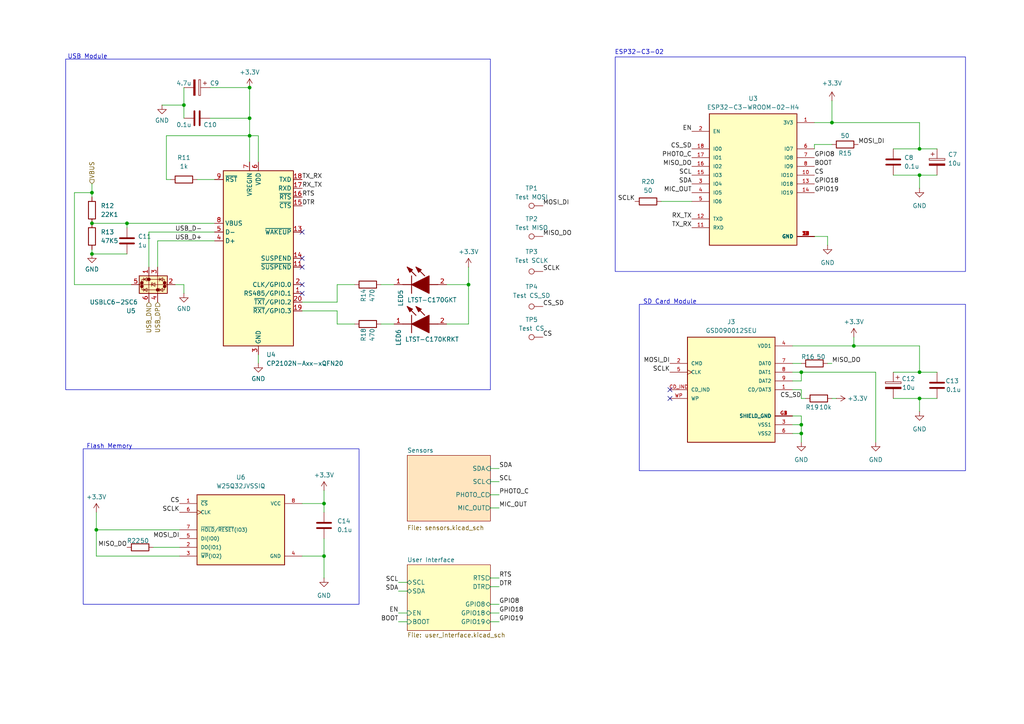
<source format=kicad_sch>
(kicad_sch (version 20250114) (generator "eeschema") (generator_version "9.0")
  (paper "A4")
  (title_block (title "ESP32 C3, USB, and Flash Memory") (date "2025-04-19") (rev "1"))
  (lib_symbols
    (symbol "Connector:TestPoint" (pin_numbers (hide yes)) (pin_names (offset 0.762) (hide yes))
      (property "Reference" "TP" (at 0 6.858 0))
      (property "Value" "TestPoint" (at 0 5.08 0))
      (symbol "TestPoint_0_1"
        (circle (center 0 3.302) (radius 0.762))
      )
      (symbol "TestPoint_1_1"
        (pin passive line (at 0 0 90) (length 2.54) (name "1") (number "1"))
      )
    )
    (symbol "Device:C" (pin_numbers (hide yes)) (pin_names (offset 0.254))
      (property "Reference" "C" (at 0.635 2.54 0))
      (property "Value" "C" (at 0.635 -2.54 0))
      (symbol "C_0_1"
        (polyline (pts (xy -2.032 0.762) (xy 2.032 0.762)) (stroke (width 0.508)))
        (polyline (pts (xy -2.032 -0.762) (xy 2.032 -0.762)) (stroke (width 0.508)))
      )
      (symbol "C_1_1"
        (pin passive line (at 0 3.81 270) (length 2.794) (name "~") (number "1"))
        (pin passive line (at 0 -3.81 90) (length 2.794) (name "~") (number "2"))
      )
    )
    (symbol "Device:C_Polarized" (pin_numbers (hide yes)) (pin_names (offset 0.254))
      (property "Reference" "C" (at 0.635 2.54 0))
      (property "Value" "C_Polarized" (at 0.635 -2.54 0))
      (symbol "C_Polarized_0_1"
        (rectangle (start -2.286 0.508) (end 2.286 1.016))
        (polyline (pts (xy -1.778 2.286) (xy -0.762 2.286)))
        (polyline (pts (xy -1.27 2.794) (xy -1.27 1.778)))
        (rectangle (start 2.286 -0.508) (end -2.286 -1.016) (fill (type outline)))
      )
      (symbol "C_Polarized_1_1"
        (pin passive line (at 0 3.81 270) (length 2.794) (name "~") (number "1"))
        (pin passive line (at 0 -3.81 90) (length 2.794) (name "~") (number "2"))
      )
    )
    (symbol "Device:R" (pin_numbers (hide yes)) (pin_names (offset 0))
      (property "Reference" "R" (at 2.032 0 90))
      (property "Value" "R" (at 0 0 90))
      (symbol "R_0_1"
        (rectangle (start -1.016 -2.54) (end 1.016 2.54) (stroke (width 0.254)))
      )
      (symbol "R_1_1"
        (pin passive line (at 0 3.81 270) (length 1.27) (name "~") (number "1"))
        (pin passive line (at 0 -3.81 90) (length 1.27) (name "~") (number "2"))
      )
    )
    (symbol "ESP32-C3-WROOM-02-H4:ESP32-C3-WROOM-02-H4" (pin_names (offset 1.016))
      (property "Reference" "U" (at -12.7 21.082 0))
      (property "Value" "ESP32-C3-WROOM-02-H4" (at -12.7 -18.542 0))
      (symbol "ESP32-C3-WROOM-02-H4_0_0"
        (rectangle (start -12.7 -17.78) (end 12.7 20.32) (stroke (width 0.254)) (fill (type background)))
        (pin input line (at -17.78 15.24 0) (length 5.08) (name "EN") (number "2"))
        (pin bidirectional line (at -17.78 10.16 0) (length 5.08) (name "IO0") (number "18"))
        (pin bidirectional line (at -17.78 7.62 0) (length 5.08) (name "IO1") (number "17"))
        (pin bidirectional line (at -17.78 5.08 0) (length 5.08) (name "IO2") (number "16"))
        (pin bidirectional line (at -17.78 2.54 0) (length 5.08) (name "IO3") (number "15"))
        (pin bidirectional line (at -17.78 0 0) (length 5.08) (name "IO4") (number "3"))
        (pin bidirectional line (at -17.78 -2.54 0) (length 5.08) (name "IO5") (number "4"))
        (pin bidirectional line (at -17.78 -5.08 0) (length 5.08) (name "IO6") (number "5"))
        (pin bidirectional line (at -17.78 -10.16 0) (length 5.08) (name "TXD") (number "12"))
        (pin bidirectional line (at -17.78 -12.7 0) (length 5.08) (name "RXD") (number "11"))
        (pin power_in line (at 17.78 17.78 180) (length 5.08) (name "3V3") (number "1"))
        (pin bidirectional line (at 17.78 10.16 180) (length 5.08) (name "IO7") (number "6"))
        (pin bidirectional line (at 17.78 7.62 180) (length 5.08) (name "IO8") (number "7"))
        (pin bidirectional line (at 17.78 5.08 180) (length 5.08) (name "IO9") (number "8"))
        (pin bidirectional line (at 17.78 2.54 180) (length 5.08) (name "IO10") (number "10"))
        (pin bidirectional line (at 17.78 0 180) (length 5.08) (name "IO18") (number "13"))
        (pin bidirectional line (at 17.78 -2.54 180) (length 5.08) (name "IO19") (number "14"))
        (pin power_in line (at 17.78 -15.24 180) (length 5.08) (name "GND") (number "19"))
        (pin power_in line (at 17.78 -15.24 180) (length 5.08) (name "GND") (number "20"))
        (pin power_in line (at 17.78 -15.24 180) (length 5.08) (name "GND") (number "21"))
        (pin power_in line (at 17.78 -15.24 180) (length 5.08) (name "GND") (number "22"))
        (pin power_in line (at 17.78 -15.24 180) (length 5.08) (name "GND") (number "23"))
        (pin power_in line (at 17.78 -15.24 180) (length 5.08) (name "GND") (number "24"))
        (pin power_in line (at 17.78 -15.24 180) (length 5.08) (name "GND") (number "25"))
        (pin power_in line (at 17.78 -15.24 180) (length 5.08) (name "GND") (number "26"))
        (pin power_in line (at 17.78 -15.24 180) (length 5.08) (name "GND") (number "27"))
        (pin power_in line (at 17.78 -15.24 180) (length 5.08) (name "GND") (number "28"))
        (pin power_in line (at 17.78 -15.24 180) (length 5.08) (name "GND") (number "29"))
        (pin power_in line (at 17.78 -15.24 180) (length 5.08) (name "GND") (number "30"))
        (pin power_in line (at 17.78 -15.24 180) (length 5.08) (name "GND") (number "31"))
        (pin power_in line (at 17.78 -15.24 180) (length 5.08) (name "GND") (number "32"))
        (pin power_in line (at 17.78 -15.24 180) (length 5.08) (name "GND") (number "33"))
        (pin power_in line (at 17.78 -15.24 180) (length 5.08) (name "GND") (number "34"))
        (pin power_in line (at 17.78 -15.24 180) (length 5.08) (name "GND") (number "35"))
        (pin power_in line (at 17.78 -15.24 180) (length 5.08) (name "GND") (number "36"))
        (pin power_in line (at 17.78 -15.24 180) (length 5.08) (name "GND") (number "37"))
        (pin power_in line (at 17.78 -15.24 180) (length 5.08) (name "GND") (number "38"))
        (pin power_in line (at 17.78 -15.24 180) (length 5.08) (name "GND") (number "39"))
        (pin power_in line (at 17.78 -15.24 180) (length 5.08) (name "GND") (number "9"))
      )
    )
    (symbol "GSD090012SEU:GSD090012SEU" (pin_names (offset 1.016))
      (property "Reference" "J" (at -12.7 16.002 0))
      (property "Value" "GSD090012SEU" (at -12.7 -17.78 0))
      (symbol "GSD090012SEU_0_0"
        (rectangle (start -12.7 -15.24) (end 12.7 15.24) (stroke (width 0.254)) (fill (type background)))
        (pin bidirectional line (at -17.78 7.62 0) (length 5.08) (name "CMD") (number "2"))
        (pin bidirectional clock (at -17.78 5.08 0) (length 5.08) (name "CLK") (number "5"))
        (pin passive line (at -17.78 0 0) (length 5.08) (name "CD_IND") (number "CD_IND"))
        (pin passive line (at -17.78 -2.54 0) (length 5.08) (name "WP") (number "WP"))
        (pin power_in line (at 17.78 12.7 180) (length 5.08) (name "VDD1") (number "4"))
        (pin bidirectional line (at 17.78 7.62 180) (length 5.08) (name "DAT0") (number "7"))
        (pin bidirectional line (at 17.78 5.08 180) (length 5.08) (name "DAT1") (number "8"))
        (pin bidirectional line (at 17.78 2.54 180) (length 5.08) (name "DAT2") (number "9"))
        (pin bidirectional line (at 17.78 0 180) (length 5.08) (name "CD/DAT3") (number "1"))
        (pin power_in line (at 17.78 -7.62 180) (length 5.08) (name "SHIELD_GND") (number "G1"))
        (pin power_in line (at 17.78 -7.62 180) (length 5.08) (name "SHIELD_GND") (number "G2"))
        (pin power_in line (at 17.78 -7.62 180) (length 5.08) (name "SHIELD_GND") (number "G3"))
        (pin power_in line (at 17.78 -7.62 180) (length 5.08) (name "SHIELD_GND") (number "G4"))
        (pin power_in line (at 17.78 -10.16 180) (length 5.08) (name "VSS1") (number "3"))
        (pin power_in line (at 17.78 -12.7 180) (length 5.08) (name "VSS2") (number "6"))
      )
    )
    (symbol "Interface_USB:CP2102N-Axx-xQFN20"
      (property "Reference" "U" (at -8.89 26.67 0))
      (property "Value" "CP2102N-Axx-xQFN20" (at 12.7 26.67 0))
      (symbol "CP2102N-Axx-xQFN20_0_1"
        (rectangle (start -10.16 25.4) (end 10.16 -25.4) (stroke (width 0.254)) (fill (type background)))
      )
      (symbol "CP2102N-Axx-xQFN20_1_1"
        (pin input line (at -12.7 22.86 0) (length 2.54) (name "~{RST}") (number "9"))
        (pin input line (at -12.7 10.16 0) (length 2.54) (name "VBUS") (number "8"))
        (pin bidirectional line (at -12.7 7.62 0) (length 2.54) (name "D-") (number "5"))
        (pin bidirectional line (at -12.7 5.08 0) (length 2.54) (name "D+") (number "4"))
        (pin no_connect line (at -10.16 -22.86 0) (length 2.54) (hide yes) (name "NC") (number "10"))
        (pin power_in line (at -2.54 27.94 270) (length 2.54) (name "VREGIN") (number "7"))
        (pin power_in line (at 0 27.94 270) (length 2.54) (name "VDD") (number "6"))
        (pin passive line (at 0 -27.94 90) (length 2.54) (hide yes) (name "GND") (number "12"))
        (pin passive line (at 0 -27.94 90) (length 2.54) (hide yes) (name "GND") (number "21"))
        (pin power_in line (at 0 -27.94 90) (length 2.54) (name "GND") (number "3"))
        (pin output line (at 12.7 22.86 180) (length 2.54) (name "TXD") (number "18"))
        (pin input line (at 12.7 20.32 180) (length 2.54) (name "RXD") (number "17"))
        (pin output line (at 12.7 17.78 180) (length 2.54) (name "~{RTS}") (number "16"))
        (pin input line (at 12.7 15.24 180) (length 2.54) (name "~{CTS}") (number "15"))
        (pin input line (at 12.7 7.62 180) (length 2.54) (name "~{WAKEUP}") (number "13"))
        (pin output line (at 12.7 0 180) (length 2.54) (name "SUSPEND") (number "14"))
        (pin output line (at 12.7 -2.54 180) (length 2.54) (name "~{SUSPEND}") (number "11"))
        (pin bidirectional line (at 12.7 -7.62 180) (length 2.54) (name "CLK/GPIO.0") (number "2"))
        (pin bidirectional line (at 12.7 -10.16 180) (length 2.54) (name "RS485/GPIO.1") (number "1"))
        (pin bidirectional line (at 12.7 -12.7 180) (length 2.54) (name "~{TXT}/GPIO.2") (number "20"))
        (pin bidirectional line (at 12.7 -15.24 180) (length 2.54) (name "~{RXT}/GPIO.3") (number "19"))
      )
    )
    (symbol "LTST-C170GKT:LTST-C170GKT" (pin_names (hide yes))
      (property "Reference" "LED" (at 12.7 8.89 0))
      (property "Value" "LTST-C170GKT" (at 12.7 6.35 0))
      (symbol "LTST-C170GKT_1_1"
        (polyline (pts (xy 2.54 0) (xy 5.08 0)) (stroke (width 0.254)))
        (polyline (pts (xy 5.08 2.54) (xy 5.08 -2.54)) (stroke (width 0.254)))
        (polyline (pts (xy 5.08 0) (xy 10.16 2.54) (xy 10.16 -2.54) (xy 5.08 0)) (stroke (width 0.254)) (fill (type outline)))
        (polyline (pts (xy 5.334 4.318) (xy 4.572 3.556) (xy 3.81 5.08) (xy 5.334 4.318)) (stroke (width 0.254)) (fill (type outline)))
        (polyline (pts (xy 6.35 2.54) (xy 3.81 5.08)) (stroke (width 0.254)))
        (polyline (pts (xy 7.874 4.318) (xy 7.112 3.556) (xy 6.35 5.08) (xy 7.874 4.318)) (stroke (width 0.254)) (fill (type outline)))
        (polyline (pts (xy 8.89 2.54) (xy 6.35 5.08)) (stroke (width 0.254)))
        (polyline (pts (xy 10.16 0) (xy 12.7 0)) (stroke (width 0.254)))
        (pin passive line (at 0 0 0) (length 2.54) (name "K") (number "1"))
        (pin passive line (at 15.24 0 180) (length 2.54) (name "A") (number "2"))
      )
    )
    (symbol "LTST-C170KRKT:LTST-C170KRKT" (pin_names (hide yes))
      (property "Reference" "LED" (at 12.7 8.89 0))
      (property "Value" "LTST-C170KRKT" (at 12.7 6.35 0))
      (symbol "LTST-C170KRKT_1_1"
        (polyline (pts (xy 2.54 0) (xy 5.08 0)) (stroke (width 0.254)))
        (polyline (pts (xy 5.08 2.54) (xy 5.08 -2.54)) (stroke (width 0.254)))
        (polyline (pts (xy 5.08 0) (xy 10.16 2.54) (xy 10.16 -2.54) (xy 5.08 0)) (stroke (width 0.254)) (fill (type outline)))
        (polyline (pts (xy 5.334 4.318) (xy 4.572 3.556) (xy 3.81 5.08) (xy 5.334 4.318)) (stroke (width 0.254)) (fill (type outline)))
        (polyline (pts (xy 6.35 2.54) (xy 3.81 5.08)) (stroke (width 0.254)))
        (polyline (pts (xy 7.874 4.318) (xy 7.112 3.556) (xy 6.35 5.08) (xy 7.874 4.318)) (stroke (width 0.254)) (fill (type outline)))
        (polyline (pts (xy 8.89 2.54) (xy 6.35 5.08)) (stroke (width 0.254)))
        (polyline (pts (xy 10.16 0) (xy 12.7 0)) (stroke (width 0.254)))
        (pin passive line (at 0 0 0) (length 2.54) (name "K") (number "1"))
        (pin passive line (at 15.24 0 180) (length 2.54) (name "A") (number "2"))
      )
    )
    (symbol "Power_Protection:USBLC6-2SC6" (pin_names (hide yes))
      (property "Reference" "U" (at 0.635 5.715 0))
      (property "Value" "USBLC6-2SC6" (at 0.635 3.81 0))
      (symbol "USBLC6-2SC6_0_0"
        (circle (center -1.524 0) (radius 0.0001) (stroke (width 0.508)))
        (circle (center -0.508 2.032) (radius 0.0001) (stroke (width 0.508)))
        (circle (center -0.508 -4.572) (radius 0.0001) (stroke (width 0.508)))
        (circle (center 0.508 2.032) (radius 0.0001) (stroke (width 0.508)))
        (circle (center 0.508 -4.572) (radius 0.0001) (stroke (width 0.508)))
        (circle (center 1.524 -2.54) (radius 0.0001) (stroke (width 0.508)))
      )
      (symbol "USBLC6-2SC6_0_1"
        (polyline (pts (xy -2.54 0) (xy 2.54 0)))
        (polyline (pts (xy -2.54 -2.54) (xy 2.54 -2.54)))
        (polyline (pts (xy -2.032 0.508) (xy -1.016 0.508) (xy -1.524 1.524) (xy -2.032 0.508)))
        (polyline (pts (xy -2.032 -3.048) (xy -1.016 -3.048)))
        (polyline (pts (xy -1.016 1.524) (xy -2.032 1.524)))
        (polyline (pts (xy -1.016 -4.064) (xy -2.032 -4.064) (xy -1.524 -3.048) (xy -1.016 -4.064)))
        (polyline (pts (xy -0.508 -1.143) (xy -0.508 -0.762) (xy 0.508 -0.762)))
        (polyline (pts (xy 0 2.54) (xy -0.508 2.032) (xy 0.508 2.032) (xy 0 1.524) (xy 0 -4.064) (xy -0.508 -4.572) (xy 0.508 -4.572) (xy 0 -5.08)))
        (polyline (pts (xy 0.508 -1.778) (xy -0.508 -1.778) (xy 0 -0.762) (xy 0.508 -1.778)))
        (polyline (pts (xy 1.016 1.524) (xy 2.032 1.524)))
        (polyline (pts (xy 1.016 -3.048) (xy 2.032 -3.048)))
        (polyline (pts (xy 2.032 0.508) (xy 1.016 0.508) (xy 1.524 1.524) (xy 2.032 0.508)))
        (polyline (pts (xy 2.032 -4.064) (xy 1.016 -4.064) (xy 1.524 -3.048) (xy 2.032 -4.064)))
      )
      (symbol "USBLC6-2SC6_1_1"
        (rectangle (start -2.54 2.794) (end 2.54 -5.334) (stroke (width 0.254)) (fill (type background)))
        (polyline (pts (xy -0.508 2.032) (xy -1.524 2.032) (xy -1.524 -4.572) (xy -0.508 -4.572)))
        (polyline (pts (xy 0.508 -4.572) (xy 1.524 -4.572) (xy 1.524 2.032) (xy 0.508 2.032)))
        (pin passive line (at -5.08 0 0) (length 2.54) (name "I/O1") (number "1"))
        (pin passive line (at -5.08 -2.54 0) (length 2.54) (name "I/O2") (number "3"))
        (pin passive line (at 0 5.08 270) (length 2.54) (name "VBUS") (number "5"))
        (pin passive line (at 0 -7.62 90) (length 2.54) (name "GND") (number "2"))
        (pin passive line (at 5.08 0 180) (length 2.54) (name "I/O1") (number "6"))
        (pin passive line (at 5.08 -2.54 180) (length 2.54) (name "I/O2") (number "4"))
      )
    )
    (symbol "W25Q32JVSSIQ:W25Q32JVSSIQ" (pin_names (offset 1.016))
      (property "Reference" "U" (at -12.4723 10.945 0))
      (property "Value" "W25Q32JVSSIQ" (at -12.4744 -12.2198 0))
      (symbol "W25Q32JVSSIQ_0_0"
        (rectangle (start -12.7 -10.16) (end 12.7 10.16) (stroke (width 0.254)) (fill (type background)))
        (pin input line (at -17.78 7.62 0) (length 5.08) (name "~{CS}") (number "1"))
        (pin input clock (at -17.78 5.08 0) (length 5.08) (name "CLK") (number "6"))
        (pin bidirectional line (at -17.78 0 0) (length 5.08) (name "~{HOLD}/~{RESET}(IO3)") (number "7"))
        (pin bidirectional line (at -17.78 -2.54 0) (length 5.08) (name "DI(IO0)") (number "5"))
        (pin bidirectional line (at -17.78 -5.08 0) (length 5.08) (name "DO(IO1)") (number "2"))
        (pin bidirectional line (at -17.78 -7.62 0) (length 5.08) (name "~{WP}(IO2)") (number "3"))
        (pin power_in line (at 17.78 7.62 180) (length 5.08) (name "VCC") (number "8"))
        (pin power_in line (at 17.78 -7.62 180) (length 5.08) (name "GND") (number "4"))
      )
    )
    (symbol "power:+3.3V" (power) (pin_numbers (hide yes)) (pin_names (offset 0) (hide yes))
      (property "Value" "+3.3V" (at 0 3.556 0))
      (symbol "+3.3V_0_1"
        (polyline (pts (xy -0.762 1.27) (xy 0 2.54)))
        (polyline (pts (xy 0 2.54) (xy 0.762 1.27)))
        (polyline (pts (xy 0 0) (xy 0 2.54)))
      )
      (symbol "+3.3V_1_1"
        (pin power_in line (at 0 0 90) (length 0) (name "~") (number "1"))
      )
    )
    (symbol "power:GND" (power) (pin_numbers (hide yes)) (pin_names (offset 0) (hide yes))
      (property "Value" "GND" (at 0 -3.81 0))
      (symbol "GND_0_1"
        (polyline (pts (xy 0 0) (xy 0 -1.27) (xy 1.27 -1.27) (xy 0 -2.54) (xy -1.27 -1.27) (xy 0 -1.27)))
      )
      (symbol "GND_1_1"
        (pin power_in line (at 0 0 270) (length 0) (name "~") (number "1"))
      )
    )
  )
  (rectangle (start 185.42 88.265) (end 280.035 136.525))
  (rectangle (start 19.05 17.145) (end 142.24 113.03))
  (rectangle (start 178.435 16.51) (end 280.035 78.74))
  (rectangle (start 24.13 130.175) (end 104.14 175.26))
  (text "ESP32-C3-02" (at 185.42 15.24 0) (effects (font (size 1.27 1.27))))
  (text "Flash Memory" (at 31.75 129.54 0) (effects (font (size 1.27 1.27))))
  (text "SD Card Module" (at 194.31 87.63 0) (effects (font (size 1.27 1.27))))
  (text "USB Module" (at 25.4 16.51 0) (effects (font (size 1.27 1.27))))
  (junction (at 26.67 55.88))
  (junction (at 72.39 39.37))
  (junction (at 266.7 43.18))
  (junction (at 93.98 161.29))
  (junction (at 53.34 30.48))
  (junction (at 266.7 50.8))
  (junction (at 135.89 82.55))
  (junction (at 27.94 153.67))
  (junction (at 232.41 123.19))
  (junction (at 241.3 35.56))
  (junction (at 266.7 115.57))
  (junction (at 247.65 100.33))
  (junction (at 232.41 107.95))
  (junction (at 72.39 25.4))
  (junction (at 72.39 34.29))
  (junction (at 93.98 146.05))
  (junction (at 266.7 107.95))
  (junction (at 36.83 64.77))
  (junction (at 26.67 73.66))
  (junction (at 232.41 125.73))
  (junction (at 26.67 64.77))
  (no_connect (at 87.63 85.09))
  (no_connect (at 194.31 115.57))
  (no_connect (at 87.63 77.47))
  (no_connect (at 87.63 67.31))
  (no_connect (at 87.63 74.93))
  (no_connect (at 87.63 82.55))
  (no_connect (at 194.31 113.03))
  (wire (pts (xy 115.57 168.91) (xy 118.11 168.91)))
  (wire (pts (xy 93.98 161.29) (xy 93.98 167.64)))
  (wire (pts (xy 241.3 35.56) (xy 266.7 35.56)))
  (wire (pts (xy 97.79 90.17) (xy 97.79 93.98)))
  (wire (pts (xy 142.24 180.34) (xy 144.78 180.34)))
  (wire (pts (xy 266.7 50.8) (xy 271.78 50.8)))
  (wire (pts (xy 266.7 115.57) (xy 266.7 119.38)))
  (wire (pts (xy 232.41 120.65) (xy 232.41 123.19)))
  (wire (pts (xy 232.41 115.57) (xy 233.68 115.57)))
  (wire (pts (xy 129.54 93.98) (xy 135.89 93.98)))
  (wire (pts (xy 142.24 170.18) (xy 144.78 170.18)))
  (wire (pts (xy 46.99 30.48) (xy 53.34 30.48)))
  (wire (pts (xy 74.93 102.87) (xy 74.93 105.41)))
  (wire (pts (xy 254 107.95) (xy 254 128.27)))
  (wire (pts (xy 72.39 34.29) (xy 72.39 39.37)))
  (wire (pts (xy 36.83 64.77) (xy 36.83 66.04)))
  (wire (pts (xy 232.41 125.73) (xy 232.41 128.27)))
  (wire (pts (xy 229.87 123.19) (xy 232.41 123.19)))
  (wire (pts (xy 48.26 39.37) (xy 72.39 39.37)))
  (wire (pts (xy 87.63 161.29) (xy 93.98 161.29)))
  (wire (pts (xy 259.08 107.95) (xy 266.7 107.95)))
  (wire (pts (xy 142.24 135.89) (xy 144.78 135.89)))
  (wire (pts (xy 57.15 52.07) (xy 62.23 52.07)))
  (wire (pts (xy 21.59 55.88) (xy 26.67 55.88)))
  (wire (pts (xy 74.93 46.99) (xy 74.93 39.37)))
  (wire (pts (xy 142.24 139.7) (xy 144.78 139.7)))
  (wire (pts (xy 74.93 39.37) (xy 72.39 39.37)))
  (wire (pts (xy 110.49 82.55) (xy 114.3 82.55)))
  (wire (pts (xy 43.18 67.31) (xy 62.23 67.31)))
  (wire (pts (xy 38.1 82.55) (xy 21.59 82.55)))
  (wire (pts (xy 142.24 177.8) (xy 144.78 177.8)))
  (wire (pts (xy 232.41 107.95) (xy 254 107.95)))
  (wire (pts (xy 93.98 156.21) (xy 93.98 161.29)))
  (wire (pts (xy 229.87 107.95) (xy 232.41 107.95)))
  (wire (pts (xy 87.63 146.05) (xy 93.98 146.05)))
  (wire (pts (xy 26.67 72.39) (xy 26.67 73.66)))
  (wire (pts (xy 36.83 64.77) (xy 62.23 64.77)))
  (wire (pts (xy 48.26 52.07) (xy 49.53 52.07)))
  (wire (pts (xy 232.41 123.19) (xy 232.41 125.73)))
  (wire (pts (xy 44.45 158.75) (xy 52.07 158.75)))
  (wire (pts (xy 240.03 68.58) (xy 240.03 71.12)))
  (wire (pts (xy 191.77 58.42) (xy 200.66 58.42)))
  (wire (pts (xy 43.18 77.47) (xy 43.18 67.31)))
  (wire (pts (xy 240.03 105.41) (xy 241.3 105.41)))
  (wire (pts (xy 53.34 25.4) (xy 53.34 30.48)))
  (wire (pts (xy 135.89 82.55) (xy 135.89 77.47)))
  (wire (pts (xy 259.08 50.8) (xy 266.7 50.8)))
  (wire (pts (xy 48.26 52.07) (xy 48.26 39.37)))
  (wire (pts (xy 266.7 50.8) (xy 266.7 54.61)))
  (wire (pts (xy 236.22 68.58) (xy 240.03 68.58)))
  (wire (pts (xy 72.39 39.37) (xy 72.39 46.99)))
  (wire (pts (xy 45.72 77.47) (xy 45.72 69.85)))
  (wire (pts (xy 232.41 113.03) (xy 229.87 113.03)))
  (wire (pts (xy 266.7 107.95) (xy 271.78 107.95)))
  (wire (pts (xy 50.8 82.55) (xy 53.34 82.55)))
  (wire (pts (xy 115.57 180.34) (xy 118.11 180.34)))
  (wire (pts (xy 229.87 120.65) (xy 232.41 120.65)))
  (wire (pts (xy 60.96 25.4) (xy 72.39 25.4)))
  (wire (pts (xy 26.67 64.77) (xy 36.83 64.77)))
  (wire (pts (xy 142.24 167.64) (xy 144.78 167.64)))
  (wire (pts (xy 110.49 93.98) (xy 114.3 93.98)))
  (wire (pts (xy 241.3 29.21) (xy 241.3 35.56)))
  (wire (pts (xy 247.65 97.79) (xy 247.65 100.33)))
  (wire (pts (xy 27.94 153.67) (xy 27.94 148.59)))
  (wire (pts (xy 266.7 100.33) (xy 266.7 107.95)))
  (wire (pts (xy 52.07 161.29) (xy 27.94 161.29)))
  (wire (pts (xy 93.98 146.05) (xy 93.98 148.59)))
  (wire (pts (xy 27.94 153.67) (xy 52.07 153.67)))
  (wire (pts (xy 87.63 90.17) (xy 97.79 90.17)))
  (wire (pts (xy 229.87 105.41) (xy 232.41 105.41)))
  (wire (pts (xy 115.57 171.45) (xy 118.11 171.45)))
  (wire (pts (xy 135.89 93.98) (xy 135.89 82.55)))
  (wire (pts (xy 27.94 161.29) (xy 27.94 153.67)))
  (wire (pts (xy 266.7 115.57) (xy 271.78 115.57)))
  (wire (pts (xy 102.87 82.55) (xy 97.79 82.55)))
  (wire (pts (xy 241.3 115.57) (xy 242.57 115.57)))
  (wire (pts (xy 142.24 147.32) (xy 144.78 147.32)))
  (wire (pts (xy 21.59 82.55) (xy 21.59 55.88)))
  (wire (pts (xy 115.57 177.8) (xy 118.11 177.8)))
  (wire (pts (xy 53.34 34.29) (xy 53.34 30.48)))
  (wire (pts (xy 232.41 110.49) (xy 232.41 107.95)))
  (wire (pts (xy 236.22 35.56) (xy 241.3 35.56)))
  (wire (pts (xy 102.87 93.98) (xy 97.79 93.98)))
  (wire (pts (xy 53.34 82.55) (xy 53.34 85.09)))
  (wire (pts (xy 93.98 142.24) (xy 93.98 146.05)))
  (wire (pts (xy 26.67 53.34) (xy 26.67 55.88)))
  (wire (pts (xy 45.72 69.85) (xy 62.23 69.85)))
  (wire (pts (xy 229.87 110.49) (xy 232.41 110.49)))
  (wire (pts (xy 232.41 115.57) (xy 232.41 113.03)))
  (wire (pts (xy 72.39 25.4) (xy 72.39 34.29)))
  (wire (pts (xy 247.65 100.33) (xy 266.7 100.33)))
  (wire (pts (xy 236.22 41.91) (xy 241.3 41.91)))
  (wire (pts (xy 97.79 87.63) (xy 97.79 82.55)))
  (wire (pts (xy 259.08 43.18) (xy 266.7 43.18)))
  (wire (pts (xy 142.24 175.26) (xy 144.78 175.26)))
  (wire (pts (xy 26.67 55.88) (xy 26.67 57.15)))
  (wire (pts (xy 26.67 73.66) (xy 36.83 73.66)))
  (wire (pts (xy 129.54 82.55) (xy 135.89 82.55)))
  (wire (pts (xy 142.24 143.51) (xy 144.78 143.51)))
  (wire (pts (xy 229.87 100.33) (xy 247.65 100.33)))
  (wire (pts (xy 266.7 43.18) (xy 271.78 43.18)))
  (wire (pts (xy 266.7 35.56) (xy 266.7 43.18)))
  (wire (pts (xy 236.22 43.18) (xy 236.22 41.91)))
  (wire (pts (xy 87.63 87.63) (xy 97.79 87.63)))
  (wire (pts (xy 60.96 34.29) (xy 72.39 34.29)))
  (wire (pts (xy 259.08 115.57) (xy 266.7 115.57)))
  (wire (pts (xy 229.87 125.73) (xy 232.41 125.73)))
  (label "RX_TX" (at 200.66 63.5 180))
  (label "CS_SD" (at 157.48 88.9 0))
  (label "PHOTO_C" (at 144.78 143.51 0))
  (label "DTR" (at 87.63 59.69 0))
  (label "SCLK" (at 157.48 78.74 0))
  (label "SDA" (at 115.57 171.45 180))
  (label "MISO_DO" (at 241.3 105.41 0))
  (label "EN" (at 200.66 38.1 180))
  (label "GPIO18" (at 236.22 53.34 0))
  (label "CS" (at 52.07 146.05 180))
  (label "GPIO19" (at 144.78 180.34 0))
  (label "GPIO8" (at 236.22 45.72 0))
  (label "MIC_OUT" (at 200.66 55.88 180))
  (label "MOSI_DI" (at 194.31 105.41 180))
  (label "CS" (at 236.22 50.8 0))
  (label "USB_D-" (at 50.8 67.31 0))
  (label "PHOTO_C" (at 200.66 45.72 180))
  (label "RTS" (at 87.63 57.15 0))
  (label "RX_TX" (at 87.63 54.61 0))
  (label "BOOT" (at 236.22 48.26 0))
  (label "TX_RX" (at 87.63 52.07 0))
  (label "CS_SD" (at 232.41 115.57 180))
  (label "MOSI_DI" (at 248.92 41.91 0))
  (label "SCL" (at 144.78 139.7 0))
  (label "GPIO19" (at 236.22 55.88 0))
  (label "RTS" (at 144.78 167.64 0))
  (label "MOSI_DI" (at 52.07 156.21 180))
  (label "GPIO8" (at 144.78 175.26 0))
  (label "SCLK" (at 52.07 148.59 180))
  (label "SCL" (at 200.66 50.8 180))
  (label "MISO_DO" (at 36.83 158.75 180))
  (label "SCLK" (at 194.31 107.95 180))
  (label "GPIO18" (at 144.78 177.8 0))
  (label "EN" (at 115.57 177.8 180))
  (label "BOOT" (at 115.57 180.34 180))
  (label "USB_D+" (at 50.8 69.85 0))
  (label "TX_RX" (at 200.66 66.04 180))
  (label "MIC_OUT" (at 144.78 147.32 0))
  (label "MISO_DO" (at 157.48 68.58 0))
  (label "CS" (at 157.48 97.79 0))
  (label "MISO_DO" (at 200.66 48.26 180))
  (label "MOSI_DI" (at 157.48 59.69 0))
  (label "DTR" (at 144.78 170.18 0))
  (label "SDA" (at 200.66 53.34 180))
  (label "SCL" (at 115.57 168.91 180))
  (label "SDA" (at 144.78 135.89 0))
  (label "SCLK" (at 184.15 58.42 180))
  (label "CS_SD" (at 200.66 43.18 180))
  (hierarchical_label "USB_DN" (shape input) (at 43.18 87.63 270))
  (hierarchical_label "VBUS" (shape input) (at 26.67 53.34 90))
  (hierarchical_label "USB_DP" (shape input) (at 45.72 87.63 270))
  (symbol (lib_id "power:GND") (at 240.03 71.12 0) (unit 1)
    (property "Reference" "#PWR026" (effects (hide yes)))
    (property "Value" "GND" (at 240.03 76.2 0))
    (property "Description" "Power symbol creates a global label with name \"GND\" , ground" (effects (hide yes)))
  )
  (symbol (lib_id "Interface_USB:CP2102N-Axx-xQFN20") (at 74.93 74.93 0) (unit 1)
    (property "Reference" "U4" (at 77.2373 102.87 0) (effects (justify left)))
    (property "Value" "CP2102N-Axx-xQFN20" (at 77.2373 105.41 0) (effects (justify left)))
    (property "Footprint" "Package_DFN_QFN:SiliconLabs_QFN-20-1EP_3x3mm_P0.5mm_EP1.8x1.8mm" (effects (hide yes)))
    (property "Datasheet" "https://www.silabs.com/documents/public/data-sheets/cp2102n-datasheet.pdf" (effects (hide yes)))
    (property "Description" "USB to UART master bridge, QFN-20" (effects (hide yes)))
  )
  (symbol (lib_id "power:+3.3V") (at 72.39 25.4 0) (unit 1)
    (property "Reference" "#PWR024" (effects (hide yes)))
    (property "Value" "+3.3V" (at 72.39 20.955 0))
    (property "Description" "Power symbol creates a global label with name \"+3.3V\"" (effects (hide yes)))
  )
  (symbol (lib_id "Connector:TestPoint") (at 157.48 97.79 90) (unit 1)
    (property "Reference" "TP5" (at 154.178 92.71 90))
    (property "Value" "Test CS" (at 154.178 95.25 90))
    (property "Footprint" "TestPoint:TestPoint_Pad_D1.0mm" (effects (hide yes)))
    (property "Description" "test point" (effects (hide yes)))
  )
  (symbol (lib_id "Device:R") (at 40.64 158.75 90) (unit 1)
    (property "Reference" "R22" (at 38.735 156.845 90))
    (property "Value" "50" (at 41.91 156.845 90))
    (property "Footprint" "Resistor_SMD:R_0805_2012Metric" (effects (hide yes)))
    (property "Description" "Resistor" (effects (hide yes)))
  )
  (symbol (lib_id "Device:R") (at 53.34 52.07 90) (unit 1)
    (property "Reference" "R11" (at 53.34 45.72 90))
    (property "Value" "1k" (at 53.34 48.26 90))
    (property "Footprint" "Resistor_SMD:R_0805_2012Metric" (effects (hide yes)))
    (property "Description" "Resistor" (effects (hide yes)))
  )
  (symbol (lib_id "Device:C_Polarized") (at 57.15 25.4 270) (unit 1)
    (property "Reference" "C9" (at 62.23 24.13 90))
    (property "Value" "4.7u" (at 53.34 24.13 90))
    (property "Footprint" "Peter Board Footprints:T491A" (effects (hide yes)))
    (property "Description" "Polarized capacitor" (effects (hide yes)))
  )
  (symbol (lib_id "Device:R") (at 26.67 60.96 0) (unit 1)
    (property "Reference" "R12" (at 29.21 59.6899 0) (effects (justify left)))
    (property "Value" "22K1" (at 29.21 62.2299 0) (effects (justify left)))
    (property "Footprint" "Resistor_SMD:R_0805_2012Metric" (effects (hide yes)))
    (property "Description" "Resistor" (effects (hide yes)))
  )
  (symbol (lib_id "power:+3.3V") (at 241.3 29.21 0) (unit 1)
    (property "Reference" "#PWR027" (effects (hide yes)))
    (property "Value" "+3.3V" (at 241.3 24.13 0))
    (property "Description" "Power symbol creates a global label with name \"+3.3V\"" (effects (hide yes)))
  )
  (symbol (lib_id "Device:C") (at 36.83 69.85 0) (unit 1)
    (property "Reference" "C11" (at 40.005 68.5799 0) (effects (justify left)))
    (property "Value" "1u" (at 40.005 71.1199 0) (effects (justify left)))
    (property "Footprint" "Capacitor_SMD:C_0805_2012Metric" (effects (hide yes)))
    (property "Description" "Unpolarized capacitor" (effects (hide yes)))
  )
  (symbol (lib_id "Device:R") (at 187.96 58.42 90) (unit 1)
    (property "Reference" "R20" (at 187.96 52.705 90))
    (property "Value" "50" (at 187.96 55.245 90))
    (property "Footprint" "Resistor_SMD:R_0805_2012Metric" (effects (hide yes)))
    (property "Description" "Resistor" (effects (hide yes)))
  )
  (symbol (lib_id "Power_Protection:USBLC6-2SC6") (at 43.18 82.55 90) (mirror x) (unit 1)
    (property "Reference" "U5" (at 39.37 90.17 90) (effects (justify left)))
    (property "Value" "USBLC6-2SC6" (at 40.005 87.63 90) (effects (justify left)))
    (property "Footprint" "Package_TO_SOT_SMD:SOT-23-6" (effects (hide yes)))
    (property "Datasheet" "https://www.st.com/resource/en/datasheet/usblc6-2.pdf" (effects (hide yes)))
    (property "Description" "Very low capacitance ESD protection diode, 2 data-line, SOT-23-6" (effects (hide yes)))
  )
  (symbol (lib_id "power:+3.3V") (at 93.98 142.24 0) (unit 1)
    (property "Reference" "#PWR035" (effects (hide yes)))
    (property "Value" "+3.3V" (at 93.98 137.795 0))
    (property "Description" "Power symbol creates a global label with name \"+3.3V\"" (effects (hide yes)))
  )
  (symbol (lib_id "Device:R") (at 106.68 82.55 90) (unit 1)
    (property "Reference" "R14" (at 105.41 87.63 0) (effects (justify left)))
    (property "Value" "470" (at 107.95 87.63 0) (effects (justify left)))
    (property "Footprint" "Resistor_SMD:R_0805_2012Metric" (effects (hide yes)))
    (property "Description" "Resistor" (effects (hide yes)))
  )
  (symbol (lib_id "Device:C") (at 259.08 46.99 0) (unit 1)
    (property "Reference" "C8" (at 262.255 45.7199 0) (effects (justify left)))
    (property "Value" "0.1u" (at 262.255 48.2599 0) (effects (justify left)))
    (property "Footprint" "Capacitor_SMD:C_0805_2012Metric" (effects (hide yes)))
    (property "Description" "Unpolarized capacitor" (effects (hide yes)))
  )
  (symbol (lib_id "power:GND") (at 93.98 167.64 0) (unit 1)
    (property "Reference" "#PWR036" (effects (hide yes)))
    (property "Value" "GND" (at 93.98 172.72 0))
    (property "Description" "Power symbol creates a global label with name \"GND\" , ground" (effects (hide yes)))
  )
  (symbol (lib_id "Device:R") (at 237.49 115.57 90) (unit 1)
    (property "Reference" "R19" (at 235.585 118.11 90))
    (property "Value" "10k" (at 239.395 118.11 90))
    (property "Footprint" "Resistor_SMD:R_0805_2012Metric" (effects (hide yes)))
    (property "Description" "Resistor" (effects (hide yes)))
  )
  (symbol (lib_id "Connector:TestPoint") (at 157.48 78.74 90) (unit 1)
    (property "Reference" "TP3" (at 154.178 73.025 90))
    (property "Value" "Test SCLK" (at 154.178 75.565 90))
    (property "Footprint" "TestPoint:TestPoint_Pad_D1.0mm" (effects (hide yes)))
    (property "Description" "test point" (effects (hide yes)))
  )
  (symbol (lib_id "Device:R") (at 245.11 41.91 90) (unit 1)
    (property "Reference" "R15" (at 245.11 44.45 90))
    (property "Value" "50" (at 245.11 39.37 90))
    (property "Footprint" "Resistor_SMD:R_0805_2012Metric" (effects (hide yes)))
    (property "Description" "Resistor" (effects (hide yes)))
  )
  (symbol (lib_id "Device:C_Polarized") (at 259.08 111.76 0) (mirror y) (unit 1)
    (property "Reference" "C12" (at 265.43 109.855 0) (effects (justify left)))
    (property "Value" "10u" (at 265.43 112.395 0) (effects (justify left)))
    (property "Footprint" "Peter Board Footprints:T491A" (effects (hide yes)))
    (property "Description" "Polarized capacitor" (effects (hide yes)))
  )
  (symbol (lib_id "power:GND") (at 53.34 85.09 0) (unit 1)
    (property "Reference" "#PWR020" (effects (hide yes)))
    (property "Value" "GND" (at 53.34 89.535 0))
    (property "Description" "Power symbol creates a global label with name \"GND\" , ground" (effects (hide yes)))
  )
  (symbol (lib_id "LTST-C170GKT:LTST-C170GKT") (at 114.3 82.55 0) (unit 1)
    (property "Reference" "LED5" (at 116.205 88.9 90) (effects (justify left)))
    (property "Value" "LTST-C170GKT" (at 118.11 86.995 0) (effects (justify left)))
    (property "Footprint" "Peter Board Footprints:LEDC2012X120N" (effects (hide yes)))
    (property "Datasheet" "https://mm.digikey.com/Volume0/opasdata/d220001/medias/docus/895/LTST-C170GKT.pdf" (effects (hide yes)))
    (property "Description" "LED,SMD,0805,Green,6mcd,130deg Lite-On LTST-C170GKT, CHIPLED 0805 Series Green LED, 569 nm 2012 (0805), Rectangle Lens SMD package" (effects (hide yes)))
    (property "Height" "1.2" (effects (hide yes)))
    (property "Manufacturer_Name" "Lite-On" (effects (hide yes)))
    (property "Manufacturer_Part_Number" "LTST-C170GKT" (effects (hide yes)))
    (property "Mouser Part Number" "859-LTST-C170GKT" (effects (hide yes)))
    (property "Mouser Price/Stock" "https://www.mouser.co.uk/ProductDetail/Lite-On/LTST-C170GKT?qs=%2FSqKn2EfXQSV5aRij3YIfQ%3D%3D" (effects (hide yes)))
    (property "Arrow Part Number" "LTST-C170GKT" (effects (hide yes)))
    (property "Arrow Price/Stock" "https://www.arrow.com/en/products/ltst-c170gkt/lite-on-technology?utm_currency=USD&region=nac" (effects (hide yes)))
  )
  (symbol (lib_id "power:+3.3V") (at 247.65 97.79 0) (unit 1)
    (property "Reference" "#PWR033" (effects (hide yes)))
    (property "Value" "+3.3V" (at 247.65 93.345 0))
    (property "Description" "Power symbol creates a global label with name \"+3.3V\"" (effects (hide yes)))
  )
  (symbol (lib_id "Device:C") (at 57.15 34.29 90) (unit 1)
    (property "Reference" "C10" (at 60.96 36.195 90))
    (property "Value" "0.1u" (at 53.34 36.195 90))
    (property "Footprint" "Capacitor_SMD:C_0805_2012Metric" (effects (hide yes)))
    (property "Description" "Unpolarized capacitor" (effects (hide yes)))
  )
  (symbol (lib_id "Connector:TestPoint") (at 157.48 88.9 90) (unit 1)
    (property "Reference" "TP4" (at 154.178 83.185 90))
    (property "Value" "Test CS_SD" (at 154.178 85.725 90))
    (property "Footprint" "TestPoint:TestPoint_Pad_D1.0mm" (effects (hide yes)))
    (property "Description" "test point" (effects (hide yes)))
  )
  (symbol (lib_id "Connector:TestPoint") (at 157.48 59.69 90) (unit 1)
    (property "Reference" "TP1" (at 154.178 54.61 90))
    (property "Value" "Test MOSI" (at 154.178 57.15 90))
    (property "Footprint" "TestPoint:TestPoint_Pad_D1.0mm" (effects (hide yes)))
    (property "Description" "test point" (effects (hide yes)))
  )
  (symbol (lib_id "GSD090012SEU:GSD090012SEU") (at 212.09 113.03 0) (unit 1)
    (property "Reference" "J3" (at 212.09 93.345 0))
    (property "Value" "GSD090012SEU" (at 212.09 95.885 0))
    (property "Footprint" "Peter Board Footprints:AMPHENOL_GSD090012SEU" (effects (hide yes)))
    (property "MF" "Amphenol" (effects (hide yes)))
    (property "MAXIMUM_PACKAGE_HEIGHT" "2.95mm" (effects (hide yes)))
    (property "Package" "None" (effects (hide yes)))
    (property "Price" "None" (effects (hide yes)))
    (property "Check_prices" "https://www.snapeda.com/parts/GSD090012SEU/Amphenol/view-part/?ref=eda" (effects (hide yes)))
    (property "STANDARD" "Manufacturer Recommendations" (effects (hide yes)))
    (property "PARTREV" "E" (effects (hide yes)))
    (property "SnapEDA_Link" "https://www.snapeda.com/parts/GSD090012SEU/Amphenol/view-part/?ref=snap" (effects (hide yes)))
    (property "MP" "GSD090012SEU" (effects (hide yes)))
    (property "Description_1" "Micro SD and SD Card Sockets, Input Output Connectors, SD Socket,9 Position,SMT" (effects (hide yes)))
    (property "Availability" "In Stock" (effects (hide yes)))
    (property "MANUFACTURER" "Amphenol" (effects (hide yes)))
  )
  (symbol (lib_id "Connector:TestPoint") (at 157.48 68.58 90) (unit 1)
    (property "Reference" "TP2" (at 154.178 63.5 90))
    (property "Value" "Test MISO" (at 154.178 66.04 90))
    (property "Footprint" "TestPoint:TestPoint_Pad_D1.0mm" (effects (hide yes)))
    (property "Description" "test point" (effects (hide yes)))
  )
  (symbol (lib_id "power:+3.3V") (at 242.57 115.57 270) (unit 1)
    (property "Reference" "#PWR029" (effects (hide yes)))
    (property "Value" "+3.3V" (at 245.745 115.57 90) (effects (justify left)))
    (property "Description" "Power symbol creates a global label with name \"+3.3V\"" (effects (hide yes)))
  )
  (symbol (lib_id "Device:C") (at 93.98 152.4 0) (unit 1)
    (property "Reference" "C14" (at 97.79 151.1299 0) (effects (justify left)))
    (property "Value" "0.1u" (at 97.79 153.6699 0) (effects (justify left)))
    (property "Footprint" "Capacitor_SMD:C_0805_2012Metric" (effects (hide yes)))
    (property "Description" "Unpolarized capacitor" (effects (hide yes)))
  )
  (symbol (lib_id "power:+3.3V") (at 27.94 148.59 0) (unit 1)
    (property "Reference" "#PWR034" (effects (hide yes)))
    (property "Value" "+3.3V" (at 27.94 144.145 0))
    (property "Description" "Power symbol creates a global label with name \"+3.3V\"" (effects (hide yes)))
  )
  (symbol (lib_id "power:GND") (at 26.67 73.66 0) (unit 1)
    (property "Reference" "#PWR021" (effects (hide yes)))
    (property "Value" "GND" (at 26.67 78.105 0))
    (property "Description" "Power symbol creates a global label with name \"GND\" , ground" (effects (hide yes)))
  )
  (symbol (lib_id "Device:C_Polarized") (at 271.78 46.99 0) (unit 1)
    (property "Reference" "C7" (at 274.955 44.8309 0) (effects (justify left)))
    (property "Value" "10u" (at 274.955 47.3709 0) (effects (justify left)))
    (property "Footprint" "Peter Board Footprints:T491A" (effects (hide yes)))
    (property "Description" "Polarized capacitor" (effects (hide yes)))
  )
  (symbol (lib_id "power:GND") (at 232.41 128.27 0) (unit 1)
    (property "Reference" "#PWR031" (effects (hide yes)))
    (property "Value" "GND" (at 232.41 133.35 0))
    (property "Description" "Power symbol creates a global label with name \"GND\" , ground" (effects (hide yes)))
  )
  (symbol (lib_id "power:GND") (at 46.99 30.48 0) (unit 1)
    (property "Reference" "#PWR023" (effects (hide yes)))
    (property "Value" "GND" (at 46.99 34.925 0))
    (property "Description" "Power symbol creates a global label with name \"GND\" , ground" (effects (hide yes)))
  )
  (symbol (lib_id "power:GND") (at 74.93 105.41 0) (unit 1)
    (property "Reference" "#PWR022" (effects (hide yes)))
    (property "Value" "GND" (at 74.93 109.855 0))
    (property "Description" "Power symbol creates a global label with name \"GND\" , ground" (effects (hide yes)))
  )
  (symbol (lib_id "LTST-C170KRKT:LTST-C170KRKT") (at 114.3 93.98 0) (unit 1)
    (property "Reference" "LED6" (at 115.57 100.33 90) (effects (justify left)))
    (property "Value" "LTST-C170KRKT" (at 117.475 98.425 0) (effects (justify left)))
    (property "Footprint" "Peter Board Footprints:LEDC2012X120N" (effects (hide yes)))
    (property "Datasheet" "https://componentsearchengine.com/Datasheets/1/LTST-C170KRKT.pdf" (effects (hide yes)))
    (property "Description" "Standard LEDs - SMD Red Clear 631nm" (effects (hide yes)))
    (property "Height" "1.2" (effects (hide yes)))
    (property "Manufacturer_Name" "Lite-On" (effects (hide yes)))
    (property "Manufacturer_Part_Number" "LTST-C170KRKT" (effects (hide yes)))
    (property "Mouser Part Number" "859-LTST-C170KRKT" (effects (hide yes)))
    (property "Mouser Price/Stock" "https://www.mouser.co.uk/ProductDetail/Lite-On/LTST-C170KRKT?qs=NUb82WqeCyrVOID%2Fxt4rgA%3D%3D" (effects (hide yes)))
    (property "Arrow Part Number" "LTST-C170KRKT" (effects (hide yes)))
    (property "Arrow Price/Stock" "https://www.arrow.com/en/products/ltst-c170krkt/lite-on-technology?utm_currency=USD&region=nac" (effects (hide yes)))
  )
  (symbol (lib_id "ESP32-C3-WROOM-02-H4:ESP32-C3-WROOM-02-H4") (at 218.44 53.34 0) (unit 1)
    (property "Reference" "U3" (at 218.44 28.575 0))
    (property "Value" "ESP32-C3-WROOM-02-H4" (at 218.44 31.115 0))
    (property "Footprint" "Peter Board Footprints:MODULE_ESP32-C3-WROOM-02-H4" (effects (hide yes)))
    (property "MF" "Espressif Systems" (effects (hide yes)))
    (property "Description_1" "WiFi Modules (802.11) (Engineering Samples) SMD module, ESP32-C3, 4MB SPI flash, PCB antenna, -40 C +105 C" (effects (hide yes)))
    (property "Package" "Package" (effects (hide yes)))
    (property "Price" "None" (effects (hide yes)))
    (property "Check_prices" "https://www.snapeda.com/parts/ESP32-C3-WROOM-02-H4/Espressif+Systems/view-part/?ref=eda" (effects (hide yes)))
    (property "SnapEDA_Link" "https://www.snapeda.com/parts/ESP32-C3-WROOM-02-H4/Espressif+Systems/view-part/?ref=snap" (effects (hide yes)))
    (property "MP" "ESP32-C3-WROOM-02-H4" (effects (hide yes)))
    (property "Availability" "In Stock" (effects (hide yes)))
    (property "Purchase-URL" "https://pricing.snapeda.com/search/part/ESP32-C3-WROOM-02-H4/?ref=eda" (effects (hide yes)))
  )
  (symbol (lib_id "W25Q32JVSSIQ:W25Q32JVSSIQ") (at 69.85 153.67 0) (unit 1)
    (property "Reference" "U6" (at 69.85 138.43 0))
    (property "Value" "W25Q32JVSSIQ" (at 69.85 140.97 0))
    (property "Footprint" "Peter Board Footprints:SOIC127P790X216-8N" (effects (hide yes)))
    (property "MF" "Winbond" (effects (hide yes)))
    (property "Description_1" "FLASH - NOR Memory IC 32Mb (4M x 8) SPI - Quad I/O 133 MHz 8-SOIC" (effects (hide yes)))
    (property "Package" "SOIC-8 Winbond" (effects (hide yes)))
    (property "Price" "None" (effects (hide yes)))
    (property "SnapEDA_Link" "https://www.snapeda.com/parts/W25Q32JVSSIQ/Winbond+Electronics/view-part/?ref=snap" (effects (hide yes)))
    (property "MP" "W25Q32JVSSIQ" (effects (hide yes)))
    (property "M_PART_NUMBER" "W25QXX" (effects (hide yes)))
    (property "Availability" "In Stock" (effects (hide yes)))
    (property "Check_prices" "https://www.snapeda.com/parts/W25Q32JVSSIQ/Winbond+Electronics/view-part/?ref=eda" (effects (hide yes)))
  )
  (symbol (lib_id "Device:R") (at 26.67 68.58 0) (unit 1)
    (property "Reference" "R13" (at 29.21 67.3099 0) (effects (justify left)))
    (property "Value" "47K5" (at 29.21 69.8499 0) (effects (justify left)))
    (property "Footprint" "Resistor_SMD:R_0805_2012Metric" (effects (hide yes)))
    (property "Description" "Resistor" (effects (hide yes)))
  )
  (symbol (lib_id "power:+3.3V") (at 135.89 77.47 0) (unit 1)
    (property "Reference" "#PWR025" (effects (hide yes)))
    (property "Value" "+3.3V" (at 135.89 73.025 0))
    (property "Description" "Power symbol creates a global label with name \"+3.3V\"" (effects (hide yes)))
  )
  (symbol (lib_id "Device:C") (at 271.78 111.76 0) (mirror y) (unit 1)
    (property "Reference" "C13" (at 278.13 110.49 0) (effects (justify left)))
    (property "Value" "0.1u" (at 278.765 113.03 0) (effects (justify left)))
    (property "Footprint" "Capacitor_SMD:C_0805_2012Metric" (effects (hide yes)))
    (property "Description" "Unpolarized capacitor" (effects (hide yes)))
  )
  (symbol (lib_id "power:GND") (at 266.7 54.61 0) (unit 1)
    (property "Reference" "#PWR028" (effects (hide yes)))
    (property "Value" "GND" (at 266.7 59.69 0))
    (property "Description" "Power symbol creates a global label with name \"GND\" , ground" (effects (hide yes)))
  )
  (symbol (lib_id "power:GND") (at 266.7 119.38 0) (unit 1)
    (property "Reference" "#PWR032" (effects (hide yes)))
    (property "Value" "GND" (at 266.7 124.46 0))
    (property "Description" "Power symbol creates a global label with name \"GND\" , ground" (effects (hide yes)))
  )
  (symbol (lib_id "Device:R") (at 236.22 105.41 90) (unit 1)
    (property "Reference" "R16" (at 234.315 103.505 90))
    (property "Value" "50" (at 238.125 103.505 90))
    (property "Footprint" "Resistor_SMD:R_0805_2012Metric" (effects (hide yes)))
    (property "Description" "Resistor" (effects (hide yes)))
  )
  (symbol (lib_id "Device:R") (at 106.68 93.98 90) (unit 1)
    (property "Reference" "R18" (at 105.41 99.06 0) (effects (justify left)))
    (property "Value" "470" (at 107.95 99.06 0) (effects (justify left)))
    (property "Footprint" "Resistor_SMD:R_0805_2012Metric" (effects (hide yes)))
    (property "Description" "Resistor" (effects (hide yes)))
  )
  (symbol (lib_id "power:GND") (at 254 128.27 0) (unit 1)
    (property "Reference" "#PWR030" (effects (hide yes)))
    (property "Value" "GND" (at 254 133.35 0))
    (property "Description" "Power symbol creates a global label with name \"GND\" , ground" (effects (hide yes)))
  )
  (sheet (at 118.11 163.83) (size 24.13 19.05) (stroke (width 0.1524)) (fill (color 255 255 194 1.0000))
    (property "Sheetname" "User Interface" (at 118.11 163.1184 0) (effects (justify left bottom)))
    (property "Sheetfile" "user_interface.kicad_sch" (at 118.11 183.4646 0) (effects (justify left top)))
    (pin "BOOT" input (at 118.11 180.34 180))
    (pin "DTR" output (at 142.24 170.18 0))
    (pin "EN" input (at 118.11 177.8 180))
    (pin "GPIO8" bidirectional (at 142.24 175.26 0))
    (pin "GPIO18" bidirectional (at 142.24 177.8 0))
    (pin "GPIO19" bidirectional (at 142.24 180.34 0))
    (pin "RTS" output (at 142.24 167.64 0))
    (pin "SCL" bidirectional (at 118.11 168.91 180))
    (pin "SDA" bidirectional (at 118.11 171.45 180))
  )
  (sheet (at 118.11 132.08) (size 24.13 19.05) (stroke (width 0.1524)) (fill (color 255 229 191 1.0000))
    (property "Sheetname" "Sensors" (at 118.11 131.3684 0) (effects (justify left bottom)))
    (property "Sheetfile" "sensors.kicad_sch" (at 118.11 152.3496 0) (effects (justify left top)))
    (pin "MIC_OUT" output (at 142.24 147.32 0))
    (pin "PHOTO_C" output (at 142.24 143.51 0))
    (pin "SCL" input (at 142.24 139.7 0))
    (pin "SDA" input (at 142.24 135.89 0))
  )
)
</source>
